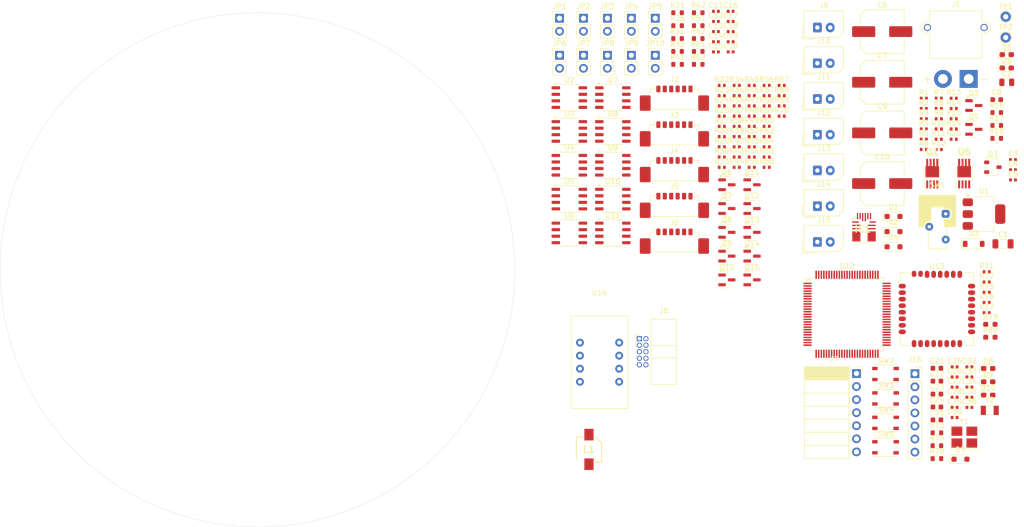
<source format=kicad_pcb>
(kicad_pcb (version 20221018) (generator pcbnew)
  (layers (0 "F.Cu" signal) (31 "B.Cu" signal) (34 "B.Paste" user) (35 "F.Paste" user) (36 "B.SilkS" user "B.Silkscreen") (37 "F.SilkS" user "F.Silkscreen") (38 "B.Mask" user) (39 "F.Mask" user) (44 "Edge.Cuts" user))
  (net 0 "")
  (net 1 "VCC")
  (net 2 "GND")
  (net 3 "/Power/Vfb")
  (net 4 "/Power/S-S")
  (net 5 "Net-(Q5-G)")
  (net 6 "+5V")
  (net 7 "+3.3V")
  (net 8 "VDD")
  (net 9 "Net-(C8-Pad1)")
  (net 10 "HSE_IN")
  (net 11 "HSE_OUT")
  (net 12 "LSE_IN")
  (net 13 "LSE_OUT")
  (net 14 "NRST")
  (net 16 "RST")
  (net 17 "/3.3VBUS")
  (net 18 "Net-(D3-K)")
  (net 19 "Net-(D5-A)")
  (net 20 "Net-(D6-A)")
  (net 21 "TweRST_Sig")
  (net 22 "Net-(D8-A)")
  (net 23 "Net-(D9-A)")
  (net 24 "Net-(D10-A)")
  (net 25 "Net-(IC1-FB)")
  (net 26 "Net-(IC1-VCC)")
  (net 31 "Net-(IC1-EN)")
  (net 32 "/Power/PG")
  (net 33 "/Power/24VBAT")
  (net 69 "TweWriteRX_TweTX0")
  (net 70 "PRG")
  (net 71 "TweWriteTX_TweRX0")
  (net 73 "SET")
  (net 95 "RS485a_A")
  (net 96 "Net-(JP1-B)")
  (net 97 "Net-(JP2-B)")
  (net 98 "Net-(JP3-B)")
  (net 99 "Net-(JP4-B)")
  (net 100 "Net-(JP5-B)")
  (net 101 "Net-(JP6-B)")
  (net 102 "Net-(JP7-B)")
  (net 103 "Net-(JP8-B)")
  (net 104 "Net-(JP9-B)")
  (net 105 "Net-(JP10-B)")
  (net 106 "Net-(Q1-G)")
  (net 107 "Net-(Q2-D)")
  (net 108 "主電源スイッチ")
  (net 109 "Net-(Q4-D)")
  (net 110 "Net-(Q6-B)")
  (net 111 "Net-(Q6-C)")
  (net 112 "Net-(Q7-B)")
  (net 113 "Net-(Q7-C)")
  (net 114 "Net-(Q8-B)")
  (net 115 "Net-(Q8-C)")
  (net 116 "Net-(Q9-B)")
  (net 117 "Net-(Q9-C)")
  (net 118 "Net-(Q10-B)")
  (net 119 "Net-(Q10-C)")
  (net 120 "Net-(Q11-B)")
  (net 121 "Net-(Q11-C)")
  (net 122 "Net-(Q12-B)")
  (net 123 "Net-(Q12-C)")
  (net 124 "Net-(Q13-B)")
  (net 125 "Net-(Q13-C)")
  (net 126 "Net-(Q14-B)")
  (net 127 "Net-(Q14-C)")
  (net 128 "Net-(Q15-B)")
  (net 129 "Net-(Q15-C)")
  (net 130 "Net-(SW1-A)")
  (net 131 "/Power/V_Measure")
  (net 132 "MainTX6_RS485aRX")
  (net 133 "RS485a_B")
  (net 134 "BOOT0")
  (net 135 "MonitorLED0")
  (net 136 "Twe_LED0")
  (net 137 "Twe_LED1")
  (net 138 "Twe_LED2")
  (net 139 "Net-(U13-DO0{slash}PWM2)")
  (net 140 "I2C1_SDA")
  (net 141 "I2C1_SCL")
  (net 143 "MainRX6_RS485aTX")
  (net 153 "Net-(U12-VSS-Pad10)")
  (net 243 "Twe_DIP0")
  (net 244 "Twe_DIP2")
  (net 245 "Twe_DIP1")
  (net 246 "Twe_DIP3")
  (net 247 "MainRX5_TweTX1")
  (net 248 "Twe_DIP4")
  (net 249 "MainTX5_TweRX1")
  (net 256 "TCK")
  (net 257 "TMS")
  (net 258 "SWO")
  (net 259 "STLinkTX")
  (net 260 "STLinkRX")
  (net 262 "Gyro_RST")
  (footprint "Resistor_SMD:R_0603_1608Metric_Pad0.98x0.95mm_HandSolder" (layer "F.Cu") (at 305.218 95.94)
    (fp_text reference "R79")
    (fp_text value "PullUP")
  )
  (footprint "Package_SO:SOP-8_3.9x4.9mm_P1.27mm" (layer "F.Cu") (at 223.408 58.42)
    (fp_text reference "U3")
    (fp_text value "MAX3485")
  )
  (footprint "Resistor_SMD:R_0603_1608Metric" (layer "F.Cu") (at 306.448 54.75)
    (fp_text reference "R16")
    (fp_text value "1k")
  )
  (footprint "Resistor_SMD:R_0603_1608Metric" (layer "F.Cu") (at 306.448 57.26)
    (fp_text reference "R17")
    (fp_text value "75k")
  )
  (footprint "Resistor_SMD:R_0603_1608Metric_Pad0.98x0.95mm_HandSolder" (layer "F.Cu") (at 305.218 98.45)
    (fp_text reference "R80")
    (fp_text value "PullUP")
  )
  (footprint "Resistor_SMD:R_0402_1005Metric" (layer "F.Cu") (at 258.848 63.41)
    (fp_text reference "R54")
    (fp_text value "20k")
  )
  (footprint "LED_SMD:LED_0603_1608Metric_Pad1.05x0.95mm_HandSolder" (layer "F.Cu") (at 304.793 109.7)
    (fp_text reference "D10")
    (fp_text value "Red")
  )
  (footprint "Package_TO_SOT_SMD:SOT-23" (layer "F.Cu") (at 301.998 53.385)
    (fp_text reference "Q2")
    (fp_text value "BSS138")
  )
  (footprint "Package_SO:SOP-8_3.9x4.9mm_P1.27mm" (layer "F.Cu") (at 231.858 58.42)
    (fp_text reference "U8")
    (fp_text value "MAX3485")
  )
  (footprint "Package_TO_SOT_SMD:SOT-23" (layer "F.Cu") (at 254.018 87.295)
    (fp_text reference "Q10")
    (fp_text value "S8050")
  )
  (footprint "Capacitor_SMD:C_0603_1608Metric" (layer "F.Cu") (at 306.448 52.24)
    (fp_text reference "C8")
    (fp_text value "0.1uF")
  )
  (footprint "Connector_Molex:Molex_PicoBlade_53398-0671_1x06-1MP_P1.25mm_Vertical" (layer "F.Cu") (at 243.828 65.31)
    (fp_text reference "J4")
    (fp_text value "Conn_01x06_MountingPin")
  )
  (footprint "Capacitor_SMD:C_0402_1005Metric" (layer "F.Cu") (at 301.138 104.21)
    (fp_text reference "C32")
    (fp_text value "1uF")
  )
  (footprint "Capacitor_SMD:C_Elec_8x10.2" (layer "F.Cu") (at 284.198 58.71)
    (fp_text reference "C9")
    (fp_text value "470uF")
  )
  (footprint "Resistor_SMD:R_0603_1608Metric" (layer "F.Cu") (at 248.448 40.36)
    (fp_text reference "R52")
    (fp_text value "7.5k")
  )
  (footprint "Package_SO:SOP-8_3.9x4.9mm_P1.27mm" (layer "F.Cu") (at 223.408 51.84)
    (fp_text reference "U2")
    (fp_text value "MAX3485")
  )
  (footprint "Capacitor_SMD:C_0402_1005Metric" (layer "F.Cu") (at 298.268 104.21)
    (fp_text reference "C25")
    (fp_text value "0.1uF")
  )
  (footprint "Resistor_SMD:R_0402_1005Metric" (layer "F.Cu") (at 261.758 57.44)
    (fp_text reference "R60")
    (fp_text value "120")
  )
  (footprint "Connector_PinHeader_2.54mm:PinHeader_1x02_P2.54mm_Vertical" (layer "F.Cu") (at 226.158 43.61)
    (fp_text reference "JP7")
    (fp_text value "Jumper_2_Open")
  )
  (footprint "Diode_SMD:D_SOD-323_HandSoldering" (layer "F.Cu") (at 299.403 122.17)
    (fp_text reference "D7")
    (fp_text value "1N5819WS")
  )
  (footprint "Connector_Molex:Molex_SPOX_5267-02A_1x02_P2.50mm_Vertical" (layer "F.Cu") (at 271.598 66.01)
    (fp_text reference "J13")
    (fp_text value "Conn_01x02_Male")
  )
  (footprint "Resistor_SMD:R_0603_1608Metric" (layer "F.Cu") (at 244.438 40.36)
    (fp_text reference "R31")
    (fp_text value "7.5k")
  )
  (footprint "Capacitor_SMD:C_0603_1608Metric" (layer "F.Cu") (at 294.828 104.48)
    (fp_text reference "C21")
    (fp_text value "22pF")
  )
  (footprint "Diode_SMD:D_SOD-323_HandSoldering" (layer "F.Cu") (at 286.393 74.96)
    (fp_text reference "D1")
    (fp_text value "1N5819WS")
  )
  (footprint "Diode_SMD:D_SOD-323_HandSoldering" (layer "F.Cu") (at 286.393 77.91)
    (fp_text reference "D2")
    (fp_text value "1N5819WS")
  )
  (footprint "Resistor_SMD:R_0402_1005Metric" (layer "F.Cu") (at 261.758 49.48)
    (fp_text reference "R56")
    (fp_text value "2.2k")
  )
  (footprint "Capacitor_SMD:C_0603_1608Metric" (layer "F.Cu") (at 294.828 112.01)
    (fp_text reference "C24")
    (fp_text value "22pF")
  )
  (footprint "Resistor_SMD:R_0402_1005Metric" (layer "F.Cu") (at 258.848 53.46)
    (fp_text reference "R47")
    (fp_text value "2.2k")
  )
  (footprint "Resistor_SMD:R_0603_1608Metric" (layer "F.Cu") (at 306.448 59.77)
    (fp_text reference "R18")
    (fp_text value "10k")
  )
  (footprint "Capacitor_SMD:C_0402_1005Metric" (layer "F.Cu") (at 251.888 39.01)
    (fp_text reference "C13")
    (fp_text value "0.1uF")
  )
  (footprint "Resistor_SMD:R_0402_1005Metric" (layer "F.Cu") (at 255.938 57.44)
    (fp_text reference "R38")
    (fp_text value "2.2k")
  )
  (footprint "Resistor_SMD:R_0402_1005Metric" (layer "F.Cu") (at 264.668 51.47)
    (fp_text reference "R68")
    (fp_text value "2.2k")
  )
  (footprint "Resistor_SMD:R_0603_1608Metric" (layer "F.Cu") (at 244.438 45.38)
    (fp_text reference "R41")
    (fp_text value "7.5k")
  )
  (footprint "Capacitor_SMD:C_0402_1005Metric" (layer "F.Cu") (at 254.758 35.07)
    (fp_text reference "C16")
    (fp_text value "0.1uF")
  )
  (footprint "Resistor_SMD:R_0402_1005Metric" (layer "F.Cu") (at 255.938 61.42)
    (fp_text reference "R40")
    (fp_text value "120")
  )
  (footprint "MyLibrary:BoxHeader_2x05_P1.27mm_Horizontal" (layer "F.Cu") (at 238.2875 101.268)
    (fp_text reference "J8")
    (fp_text value "Conn_01x10_Male")
  )
  (footprint "LED_SMD:LED_0603_1608Metric_Pad1.05x0.95mm_HandSolder" (layer "F.Cu") (at 304.793 107.11)
    (fp_text reference "D9")
    (fp_text value "Red")
  )
  (footprint "Resistor_SMD:R_0603_1608Metric" (layer "F.Cu") (at 244.438 37.85)
    (fp_text reference "R26")
    (fp_text value "7.5k")
  )
  (footprint "Resistor_SMD:R_0402_1005Metric" (layer "F.Cu") (at 295.188 59.94)
    (fp_text reference "R11")
    (fp_text value "10k")
  )
  (footprint "Resistor_SMD:R_0402_1005Metric" (layer "F.Cu") (at 253.028 49.48)
    (fp_text reference "R22")
    (fp_text value "20k")
  )
  (footprint "Resistor_SMD:R_0402_1005Metric" (layer "F.Cu") (at 292.278 55.96)
    (fp_text reference "R3")
    (fp_text value "200k")
  )
  (footprint "Resistor_SMD:R_0402_1005Metric" (layer "F.Cu") (at 255.938 55.45)
    (fp_text reference "R37")
    (fp_text value "2.2k")
  )
  (footprint "Connector_PinHeader_2.54mm:PinHeader_1x02_P2.54mm_Vertical" (layer "F.Cu") (at 230.808 43.61)
    (fp_text reference "JP8")
    (fp_text value "Jumper_2_Open")
  )
  (footprint "Capacitor_SMD:C_0402_1005Metric" (layer "F.Cu") (at 251.888 37.04)
    (fp_text reference "C12")
    (fp_text value "0.1uF")
  )
  (footprint "Capacitor_SMD:C_0603_1608Metric" (layer "F.Cu") (at 294.828 109.5)
    (fp_text reference "C23")
    (fp_text value "22pF")
  )
  (footprint "Resistor_SMD:R_0402_1005Metric" (layer "F.Cu") (at 255.938 53.46)
    (fp_text reference "R36")
    (fp_text value "2.2k")
  )
  (footprint "Resistor_SMD:R_0402_1005Metric" (layer "F.Cu") (at 261.758 65.4)
    (fp_text reference "R66")
    (fp_text value "2.2k")
  )
  (footprint "Capacitor_SMD:C_0402_1005Metric" (layer "F.Cu") (at 251.888 40.98)
    (fp_text reference "C14")
    (fp_text value "0.1uF")
  )
  (footprint "Resistor_SMD:R_0603_1608Metric" (layer "F.Cu") (at 248.448 37.85)
    (fp_text reference "R51")
    (fp_text value "7.5k")
  )
  (footprint "Resistor_SMD:R_0402_1005Metric" (layer "F.Cu") (at 258.848 65.4)
    (fp_text reference "R55")
    (fp_text value "2.2k")
  )
  (footprint "Capacitor_SMD:C_0402_1005Metric" (layer "F.Cu") (at 301.138 110.12)
    (fp_text reference "C35")
    (fp_text value "0.1uF")
  )
  (footprint "Resistor_SMD:R_0402_1005Metric" (layer "F.Cu") (at 253.028 59.43)
    (fp_text reference "R28")
    (fp_text value "2.2k")
  )
  (footprint "RF_Module:MonoWireless_TWE-L-WX" (layer "F.Cu") (at 294.828 92.95)
    (fp_text reference "U13")
    (fp_text value "TWE-L-WX")
  )
  (footprint "LED_SMD:LED_0603_1608Metric_Pad1.05x0.95mm_HandSolder" (layer "F.Cu") (at 308.393 43.48)
    (fp_text reference "D5")
    (fp_text value "Green")
  )
  (footprint "Resistor_SMD:R_0603_1608Metric" (layer "F.Cu") (at 294.828 119.54)
    (fp_text reference "R74")
    (fp_text value "PullUP?")
  )
  (footprint "Capacitor_SMD:C_0402_1005Metric" (layer "F.Cu") (at 254.758 42.95)
    (fp_text reference "C20")
    (fp_text value "0.1uF")
  )
  (footprint "Capacitor_SMD:C_0402_1005Metric" (layer "F.Cu") (at 298.268 110.12)
    (fp_text reference "C28")
    (fp_text value "0.1uF")
  )
  (footprint "Resistor_SMD:R_0402_1005Metric" (layer "F.Cu") (at 253.028 55.45)
    (fp_text reference "R25")
    (fp_text value "120")
  )
  (footprint "Resistor_SMD:R_0402_1005Metric" (layer "F.Cu") (at 261.758 63.41)
    (fp_text reference "R65")
    (fp_text value "2.2k")
  )
  (footprint "Resistor_SMD:R_0603_1608Metric" (layer "F.Cu") (at 294.828 117.03)
    (fp_text reference "R73")
    (fp_text value "PullUP?")
  )
  (footprint "Package_TO_SOT_SMD:SOT-23" (layer "F.Cu") (at 258.908 82.67)
    (fp_text reference "Q14")
    (fp_text value "S8050")
  )
  (footprint "Capacitor_SMD:C_0402_1005Metric" (layer "F.Cu") (at 309.608 67.85)
    (fp_text reference "C5")
    (fp_text value "1uF")
  )
  (footprint "Resistor_SMD:R_0402_1005Metric" (layer "F.Cu") (at 264.668 53.46)
    (fp_text reference "R69")
    (fp_text value "120")
  )
  (footprint "Capacitor_SMD:C_Elec_8x10.2" (layer "F.Cu") (at 284.198 39.01)
    (fp_text reference "C6")
    (fp_text value "470uF")
  )
  (footprint "Resistor_SMD:R_0402_1005Metric" (layer "F.Cu") (at 295.188 57.95)
    (fp_text reference "R10")
    (fp_text value "10k")
  )
  (footprint "Resistor_SMD:R_0402_1005Metric" (layer "F.Cu") (at 264.668 55.45)
    (fp_text reference "R70")
    (fp_text value "120")
  )
  (footprint "Crystal:Crystal_SMD_3215-2Pin_3.2x1.5mm" (layer "F.Cu") (at 305.098 112.67)
    (fp_text reference "Y2")
    (fp_text value "32.768kHz")
  )
  (footprint "Resistor_SMD:R_0402_1005Metric" (layer "F.Cu") (at 292.278 61.93)
    (fp_text reference "R6")
    (fp_text value "2.2k")
  )
  (footprint "Capacitor_SMD:C_0603_1608Metric" (layer "F.Cu") (at 294.828 106.99)
    (fp_text reference "C22")
    (fp_text value "22pF")
  )
  (footprint "Resistor_SMD:R_0402_1005Metric" (layer "F.Cu") (at 264.668 49.48)
    (fp_text reference "R67")
    (fp_text value "2.2k")
  )
  (footprint "Resistor_SMD:R_0402_1005Metric" (layer "F.Cu") (at 304.498 87.72)
    (fp_text reference "R72")
    (fp_text value "10k")
  )
  (footprint "Resistor_SMD:R_0402_1005Metric" (layer "F.Cu") (at 253.028 61.42)
    (fp_text reference "R29")
    (fp_text value "2.2k")
  )
  (footprint "Connector_Molex:Molex_SPOX_5267-02A_1x02_P2.50mm_Vertical" (layer "F.Cu") (at 271.598 52.11)
    (fp_text reference "J11")
    (fp_text value "Conn_01x02_Male")
  )
  (footprint "Resistor_SMD:R_0402_1005Metric" (layer "F.Cu") (at 298.098 51.98)
    (fp_text reference "R13")
    (fp_text value "10k")
  )
  (footprint "Connector_Molex:Molex_PicoBlade_53398-0671_1x06-1MP_P1.25mm_Vertical" (layer "F.Cu") (at 243.828 72.26)
    (fp_text reference "J5")
    (fp_text value "Conn_01x06_MountingPin")
  )
  (footprint "Package_SO:SOP-8_3.9x4.9mm_P1.27mm" (layer "F.Cu") (at 231.858 51.84)
    (fp_text reference "U7")
    (fp_text value "MAX3485")
  )
  (footprint "Package_SO:SOP-8_3.9x4.9mm_P1.27mm" (layer "F.Cu") (at 223.408 65)
    (fp_text reference "U4")
    (fp_text value "MAX3485")
  )
  (footprint "Connector_PinHeader_2.54mm:PinHeader_1x02_P2.54mm_Vertical" (layer "F.Cu") (at 221.508 36.41)
    (fp_text reference "JP1")
    (fp_text value "Jumper_2_Open")
  )
  (footprint "LED_SMD:LED_0603_1608Metric_Pad1.05x0.95mm_HandSolder" (layer "F.Cu") (at 308.393 46.07)
    (fp_text reference "D6")
    (fp_text value "Green")
  )
  (footprint "Connector_PinHeader_2.54mm:PinHeader_1x02_P2.54mm_Vertical" (layer "F.Cu") (at 230.808 36.41)
    (fp_text reference "JP3")
    (fp_text value "Jumper_2_Open")
  )
  (footprint "Package_SO:SOP-8_3.9x4.9mm_P1.27mm" (layer "F.Cu") (at 231.858 71.58)
    (fp_text reference "U10")
    (fp_text value "MAX3485")
  )
  (footprint "Resistor_SMD:R_0402_1005Metric" (layer "F.Cu") (at 255.938 63.41)
    (fp_text reference "R43")
    (fp_text value "20k")
  )
  (footprint "Capacitor_SMD:C_0402_1005Metric" (layer "F.Cu") (at 301.138 106.18)
    (fp_text reference "C33")
    (fp_text value "0.1uF")
  )
  (footprint "Resistor_SMD:R_0603_1608Metric" (layer "F.Cu") (at 248.448 35.34)
    (fp_text reference "R42")
    (fp_text value "7.5k")
  )
  (footprint "Resistor_SMD:R_0402_1005Metric" (layer "F.Cu") (at 261.758 55.45)
    (fp_text reference "R59")
    (fp_text value "120")
  )
  (footprint "Connector_Molex:Molex_PicoBlade_53398-0671_1x06-1MP_P1.25mm_Vertical" (layer "F.Cu") (at 243.828 51.41)
    (fp_text reference "J2")
    (fp_text value "Conn_01x06_MountingPin")
  )
  (footprint "MyLibrary:Inductor_CDPH4D19F" (layer "F.Cu") (at 227.2225 120.263)
    (fp_text reference "L1")
    (fp_text value "22uH" hide)
  )
  (footprint "Package_TO_SOT_SMD:SOT-23" (layer "F.Cu") (at 254.018 73.42)
    (fp_text reference "Q7")
    (fp_text value "S8050")
  )
  (footprint "Resistor_SMD:R_0402_1005Metric" (layer "F.Cu") (at 298.098 53.97)
    (fp_text reference "R14")
    (fp_text value "10k")
  )
  (footprint "Resistor_SMD:R_0402_1005Metric" (layer "F.Cu") (at 258.848 59.43)
    (fp_text reference "R50")
    (fp_text value "120")
  )
  (footprint "Package_TO_SOT_SMD:SOT-23" (layer "F.Cu") (at 258.908 73.42)
    (fp_text reference "Q12")
    (fp_text value "S8050")
  )
  (footprint "LED_SMD:LED_0603_1608Metric_Pad1.05x0.95mm_HandSolder" (layer "F.Cu") (at 304.793 104.52)
    (fp_text reference "D8")
    (fp_text value "Red")
  )
  (footprint "Connector_Molex:Molex_PicoBlade_53398-0671_1x06-1MP_P1.25mm_Vertical" (layer "F.Cu") (at 243.828 79.21)
    (fp_text reference "J6")
    (fp_text value "Conn_01x06_MountingPin")
  )
  (footprint "Package_SO:SOP-8_3.9x4.9mm_P1.27mm" (layer "F.Cu") (at 231.858 78.16)
    (fp_text reference "U11")
    (fp_text value "MAX3485")
  )
  (footprint "Package_TO_SOT_SMD:SOT-23" (layer "F.Cu") (at 258.908 87.295)
    (fp_text reference "Q15")
    (fp_text value "S8050")
  )
  (footprint "Connector_PinHeader_2.54mm:PinHeader_1x02_P2.54mm_Vertical" (layer "F.Cu") (at 235.458 36.41)
    (fp_text reference "JP4")
    (fp_text value "Jumper_2_Open")
  )
  (footprint "Resistor_SMD:R_0603_1608Metric" (layer "F.Cu") (at 248.448 42.87)
    (fp_text reference "R61")
    (fp_text value "7.5k")
  )
  (footprint "Resistor_SMD:R_0402_1005Metric" (layer "F.Cu") (at 255.938 51.47)
    (fp_text reference "R35")
    (fp_text value "2.2k")
  )
  (footprint "Package_SO:SOP-8_3.9x4.9mm_P1.27mm" (layer "F.Cu") (at 223.408 78.16)
    (fp_text reference "U6")
    (fp_text value "MAX3485")
  )
  (footprint "Resistor_SMD:R_0402_1005Metric" (layer "F.Cu") (at 253.028 53.46)
    (fp_text reference "R24")
    (fp_text value "2.2k")
  )
  (footprint "Capacitor_SMD:C_0402_1005Metric" (layer "F.Cu") (at 254.758 37.04)
    (fp_text reference "C17")
    (fp_text value "0.1uF")
  )
  (footprint "TestPoint:TestPoint_THTPad_D2.0mm_Drill1.0mm" (layer "F.Cu") (at 308.198 40.16)
    (fp_text reference "TP2")
    (fp_text value "TestPoint")
  )
  (footprint "Capacitor_SMD:C_0402_1005Metric" (layer "F.Cu") (at 298.268 108.15)
    (fp_text reference "C27")
    (fp_text value "0.1uF")
  )
  (footprint "Package_TO_SOT_SMD:SOT-23" (layer "F.Cu") (at 254.018 82.67)
    (fp_text reference "Q9")
    (fp_text value "S8050")
  )
  (footprint "Capacitor_SMD:C_0402_1005Metric" (layer "F.Cu") (at 301.138 108.15)
    (fp_text reference "C34")
    (fp_text value "1uF")
  )
  (footprint "Resistor_SMD:R_0402_1005Metric" (layer "F.Cu") (at 295.188 51.98)
    (fp_text reference "R7")
    (fp_text value "10k")
  )
  (footprint "Resistor_SMD:R_0402_1005Metric" (layer "F.Cu") (at 255.938 59.43)
    (fp_text reference "R39")
    (fp_text value "120")
  )
  (footprint "Button_Switch_SMD:SW_Push_1P1T_NO_Vertical_Wuerth_434133025816" (layer "F.Cu") (at 284.848 105.6)
    (fp_text reference "SW2")
    (fp_text value "SW_SPST")
  )
  (footprint "MyLibrary:Package_TSON-Advance" (layer "F.Cu") (at 300.123 66.249)
    (fp_text reference "Q5")
    (fp_text value "DI035P04PT" hide)
  )
  (footprint "Connector_PinHeader_2.54mm:PinHeader_1x02_P2.54mm_Vertical" (layer "F.Cu") (at 240.108 43.61)
    (fp_text reference "JP10")
    (fp_text value "Jumper_2_Open")
  )
  (footprint "Package_QFP:LQFP-100_14x14mm_P0.5mm" (layer "F.Cu") (at 277.368 93.98)
    (fp_text reference "U12")
    (fp_text value "STM32F446VETx")
  )
  (footprint "MyLibrary:Sensor_Motion_Aktk_BNO055" (layer "F.Cu") (at 229.2825 103.303)
    (fp_text reference "U14")
    (fp_text value "BNO055")
  )
  (footprint "Resistor_SMD:R_0402_1005Metric" (layer "F.Cu") (at 258.848 57.44)
    (fp_text reference "R49")
    (fp_text value "120")
  )
  (footprint "Connector_PinHeader_2.54mm:PinHeader_1x02_P2.54mm_Vertical" (layer "F.Cu") (at 235.458 43.61)
    (fp_text reference "JP9")
    (fp_text value "Jumper_2_Open")
  )
  (footprint "Button_Switch_SMD:SW_Push_1P1T_NO_Vertical_Wuerth_434133025816" (layer "F.Cu") (at 284.848 119.85)
    (fp_text reference "SW5")
    (fp_text value "SW_SPST")
  )
  (footprint "Package_TO_SOT_SMD:SOT-223-3_TabPin2" (layer "F.Cu") (at 303.978 74.495)
    (fp_text reference "U1")
    (fp_text value "AZ1117CH-3.3")
  )
  (footprint "Capacitor_SMD:C_0402_1005Metric" (layer "F.Cu") (at 309.608 65.88)
    (fp_text reference "C4")
    (fp_text value "1uF")
  )
  (footprint "Diode_SMD:D_SOD-323_HandSoldering" (layer "F.Cu") (at 286.393 80.86)
    (fp_text reference "D4")
    (fp_text value "1N5819WS")
  )
  (footprint "Resistor_SMD:R_0402_1005Metric" (layer "F.Cu") (at 255.938 65.4)
    (fp_text reference "R44")
    (fp_text value "20k")
  )
  (footprint "Capacitor_SMD:C_0402_1005Metric" (layer "F.Cu") (at 251.888 35.07)
    (fp_text reference "C11")
    (fp_text value "0.1uF")
  )
  (footprint "Resistor_SMD:R_0402_1005Metric" (layer "F.Cu") (at 253.028 65.4)
    (fp_text reference "R33")
    (fp_text value "20k")
  )
  (footprint "Connector_Molex:Molex_SPOX_5267-02A_1x02_P2.50mm_Vertical" (layer "F.Cu") (at 271.598 38.21)
    (fp_text reference "J9")
    (fp_text value "Conn_01x02_Male")
  )
  (footprint "Capacitor_SMD:C_0402_1005Metric" (layer "F.Cu") (at 298.268 112.09)
    (fp_text reference "C29")
    (fp_text value "0.1uF")
  )
  (footprint "Button_Switch_SMD:SW_Push_1P1T_NO_Vertical_Wuerth_434133025816" (layer "F.Cu") (at 284.848 110.35)
    (fp_text reference "SW3")
    (fp_text value "SW_SPST")
  )
  (footprint "Diode_SMD:D_SOD-123" (layer "F.Cu") (at 301.973 80.29)
    (fp_text reference "D3")
    (fp_text value "SS2040FL")
  )
  (footprint "Resistor_SMD:R_0402_1005Metric" (layer "F.Cu") (at 258.848 51.47)
    (fp_text reference "R46")
    (fp_text value "2.2k")
  )
  (footprint "Package_TO_SOT_SMD:SOT-23" (layer "F.Cu") (at 258.908 78.045)
    (fp_text reference "Q13")
    (fp_text value "S8050")
  )
  (footprint "Resistor_SMD:R_0402_1005Metric" (layer "F.Cu") (at 292.278 51.98)
    (fp_text reference "R1")
    (fp_text value "10k")
  )
  (footprint "Capacitor_SMD:C_Elec_8x10.2" (layer "F.Cu") (at 284.198 48.86)
    (fp_text reference "C7")
    (fp_text value "470uF")
  )
  (footprint "Resistor_SMD:R_0402_1005Metric" (layer "F.Cu") (at 292.278 53.97)
    (fp_text reference "R2")
    (fp_text value "10k")
  )
  (footprint "Package_TO_SOT_SMD:SOT-23" (layer "F.Cu") (at 254.018 68.795)
    (fp_text reference "Q6")
    (fp_text value "S8050")
  )
  (footprint "Package_TO_SOT_SMD:SOT-23" (layer "F.Cu") (at 254.018 78.045)
    (fp_text reference "Q8")
    (fp_text value "S8050")
  )
  (footprint "Capacitor_SMD:C_0402_1005Metric" (layer "F.Cu") (at 298.268 106.18)
    (fp_text reference "C26")
    (fp_text value "0.1uF")
  )
  (footprint "Connector_PinSocket_2.54mm:PinSocket_1x07_P2.54mm_Vertical" (layer "F.Cu") (at 290.548 105.55)
    (fp_text reference "J16")
    (fp_text value "Conn_01x07_Socket")
  )
  (footprint "Resistor_SMD:R_0402_1005Metric" (layer "F.Cu") (at 253.028 51.47)
    (fp_text reference "R23")
    (fp_text value "2.2k")
  )
  (footprint "Package_TO_SOT_SMD:SOT-23" (layer "F.Cu") (at 258.908 68.795)
    (fp_text reference "Q11")
    (fp_text value "S8050")
  )
  (footprint "Connector_PinHeader_2.54mm:PinHeader_1x02_P2.54mm_Vertical" (layer "F.Cu") (at 240.108 36.41)
    (fp_text reference "JP5")
    (fp_text value "Jumper_2_Open")
  )
  (footprint "Resistor_SMD:R_0402_1005Metric" (layer "F.Cu") (at 292.278 57.95)
    (fp_text reference "R4")
    (fp_text value "100k")
  )
  (footprint "Connector_Molex:Molex_PicoBlade_53398-0671_1x06-1MP_P1.25mm_Vertical" (layer "F.Cu") (at 243.828 58.36)
    (fp_text reference "J3")
    (fp_text value "Conn_01x06_MountingPin")
  )
  (footprint "Resistor_SMD:R_0402_1005Metric" (layer "F.Cu") (at 304.498 93.69)
    (fp_text reference "R77")
    (fp_text value "1k")
  )
  (footprint "Package_SO:SOP-8_3.9x4.9mm_P1.27mm" (layer "F.Cu") (at 231.858 65)
    (fp_text reference "U9")
    (fp_text value "MAX3485")
  )
  (footprint "Resistor_SMD:R_0402_1005Metric" (layer "F.Cu") (at 295.188 61.93)
    (fp_text reference "R12")
    (fp_text value "10k")
  )
  (footprint "Resistor_SMD:R_0402_1005Metric" (layer "F.Cu") (at 255.938 49.48)
    (fp_text reference "R34")
    (fp_text value "20k")
  )
  (footprint "Resistor_SMD:R_0402_1005Metric" (layer "F.Cu") (at 258.848 55.45)
    (fp_text reference "R48")
    (fp_text value "2.2k")
  )
  (footprint "Capacitor_SMD:C_0402_1005Metric" (layer "F.Cu") (at 254.758 40.98)
    (fp_text reference "C19")
    (fp_text value "0.1uF")
  )
  (footprint "Connector_Molex:Molex_SPOX_5267-02A_1x02_P2.50mm_Vertical" (layer "F.Cu") (at 271.598 59.06)
    (fp_text reference "J12")
    (fp_text value "Conn_01x02_Male")
  )
  (footprint "Capacitor_SMD:C_0603_1608Metric" (layer "F.Cu") (at 294.828 114.52)
    (fp_text reference "C31")
    (fp_text value "4.7uF")
  )
  (footprint "Resistor_SMD:R_0402_1005Metric" (layer "F.Cu") (at 304.498 89.71)
    (fp_text reference "R75")
    (fp_text value "1k")
  )
  (footprint "Resistor_SMD:R_0402_1005Metric" (layer "F.Cu") (at 298.098 55.96)
    (fp_text reference "R15")
    (fp_text value "10k")
  )
  (footprint "Connector_Molex:Molex_SPOX_5267-02A_1x02_P2.50mm_Vertical" (layer "F.Cu") (at 271.598 79.91)
    (fp_text reference "J15")
    (fp_text value "Conn_01x02_Male")
  )
  (footprint "Resistor_SMD:R_0603_1608Metric" (layer "F.Cu") (at 248.448 45.38)
    (fp_text reference "R62")
    (fp_text value "7.5k")
  )
  (footprint "Package_SO:SOP-8_3.9x4.9mm_P1.27mm" (layer "F.Cu") (at 223.408 71.58)
    (fp_text reference "U5")
    (fp_text value "MAX3485")
  )
  (footprint "MyLibrary:Package_TSON-Advance" (layer "F.Cu") (at 293.923 66.249)
    (fp_text reference "Q1")
    (fp_text value "DI035P04PT" hide)
  )
  (footprint "Resistor_SMD:R_0402_1005Metric" (layer "F.Cu") (at 258.848 49.48)
    (fp_text reference "R45")
    (fp_text value "2.2k")
  )
  (footprint "Connector_AMASS:AMASS_XT30PW-M_1x02_P2.50mm_Horizontal" (layer "F.Cu") (at 300.998 48.21)
    (fp_text reference "J1")
    (fp_text value "Conn_01x02_Male")
  )
  (footprint "Resistor_SMD:R_0402_1005Metric" (layer "F.Cu") (at 261.758 59.43)
    (fp_text reference "R63")
    (fp_text value "20k")
  )
  (footprint "Resistor_SMD:R_0402_1005Metric" (layer "F.Cu") (at 298.098 59.94)
    (fp_text reference "R20")
    (fp_text value "1k")
  )
  (footprint "MyLibrary:DCDC_MPM3620A" (layer "F.Cu") (at 280.663 77.591)
    (fp_text reference "IC1")
    (fp_text value "DCDC_MPM3620A" hide)
  )
  (footprint "Capacitor_SMD:C_0402_1005Metric" (layer "F.Cu") (at 298.268 114.06)
    (fp_text reference "C30")
    (fp_text value "0.1uF")
  )
  (footprint "Resistor_SMD:R_0402_1005Metric" (layer "F.Cu") (at 261.758 51.47)
    (fp_text reference "R57")
    (fp_text value "2.2k")
  )
  (footprint "Resistor_SMD:R_0603_1608Metric" (layer "F.Cu") (at 244.438 35.34)
    (fp_text reference "R21")
    (fp_text value "7.5k")
  )
  (footprint "Capacitor_SMD:C_1206_3216Metric" (layer "F.Cu") (at 307.668 80.29)
    (fp_text reference "C1")
    (fp_text value "10uF")
  )
  (footprint "Capacitor_SMD:C_0402_1005Metric" (layer "F.Cu") (at 301.138 112.09)
    (fp_text reference "C36")
    (fp_text value "0.1uF")
  )
  (footprint "Resistor_SMD:R_0603_1608Metric" (layer "F.Cu") (at 294.828 122.05)
    (fp_text reference "R78")
    (fp_text value "PullUP?")
  )
  (footprint "Connector_Molex:Molex_SPOX_5267-02A_1x02_P2.50mm_Vertical" (layer "F.Cu") (at 271.598 72.96)
    (fp_text reference "J14")
    (fp_text value "Conn_01x02_Male")
  )
  (footprint "Package_TO_SOT_SMD:SOT-23W" (layer "F.Cu") (at 305.698 65.375)
    (fp_text reference "Q3")
    (fp_text value "SSM3J332R")
  )
  (footprint "Capacitor_SMD:C_0402_1005Metric" (layer "F.Cu") (at 254.758 39.01)
    (fp_text reference "C18")
    (fp_text value "0.1uF")
  )
  (footprint "Connector_PinHeader_2.54mm:PinHeader_1x02_P2.54mm_Vertical" (layer "F.Cu") (at 226.158 36.41)
    (fp_text reference "JP2")
    (fp_text value "Jumper_2_Open")
  )
  (footprint "Resistor_SMD:R_0402_1005Metric" (layer "F.Cu") (at 261.758 53.46)
    (fp_text reference "R58")
    (fp_text value "2.2k")
  )
  (footprint "MyLibrary:SW_Slide_SPDT_White" (layer "F.Cu") (at 294.939 76.951)
    (fp_text reference "SW1")
    (fp_text value "SW_SPDT_White")
  )
  (footprint "Resistor_SMD:R_0402_1005Metric" (layer "F.Cu") (at 292.278 59.94)
    (fp_text reference "R5")
    (fp_text value "12k")
  )
  (footprint "Resistor_SMD:R_0603_1608Metric" (layer "F.Cu") (at 244.438 42.87)
    (fp_text reference "R32")
    (fp_text value "7.5k")
  )
  (footprint "Resistor_SMD:R_0402_1005Metric" (layer "F.Cu") (at 261.758 61.42)
    (fp_text reference "R64")
    (fp_text value "20k")
  )
  (footprint "Resistor_SMD:R_0402_1005Metric" (layer "F.Cu") (at 253.028 63.41)
    (fp_text reference "R30")
    (fp_text value "120")
  )
  (footprint "Button_Switch_SMD:SW_Push_1P1T_NO_Vertical_Wuerth_434133025816" (layer "F.Cu") (at 284.848 115.1)
    (fp_text reference "SW4")
    (fp_text value "SW_SPST")
  )
  (footprint "Resistor_SMD:R_0402_1005Metric" (layer "F.Cu") (at 295.188 55.96)
    (fp_text reference "R9")
    (fp_text value "10k")
  )
  (footprint "Resistor_SMD:R_0402_1005Metric" (layer "F.Cu") (at 304.498 91.7)
    (fp_text reference "R76")
    (fp_text value "1k")
  )
  (footprint "Resistor_SMD:R_0402_1005Metric" (layer "F.Cu") (at 298.098 57.95)
    (fp_text reference "R19")
    (fp_text value "1k")
  )
  (footprint "Package_TO_SOT_SMD:SOT-23" (layer "F.Cu") (at 301.998 58.01)
    (fp_text reference "Q4")
    (fp_text value "BSS138")
  )
  (footprint "Crystal:Crystal_SMD_3225-4Pin_3.2x2.5mm_HandSoldering" (layer "F.Cu") (at 300.158 117.87)
    (fp_text reference "Y1")
    (fp_text value "16MHz")
  )
  (footprint "TestPoint:TestPoint_THTPad_D2.0mm_Drill1.0mm" (layer "F.Cu") (at 308.198 36.11)
    (fp_text reference "TP1")
    (fp_text value "TestPoint")
  )
  (footprint "Connector_PinHeader_2.54mm:PinHeader_1x02_P2.54mm_Vertical" (layer "F.Cu") (at 221.508 43.61)
    (fp_text reference "JP6")
    (fp_text value "Jumper_2_Open")
  )
  (footprint "Resistor_SMD:R_0402_1005Metric" (layer "F.Cu") (at 258.848 61.42)
    (fp_text reference "R53")
    (fp_text value "20k")
  )
  (footprint "Capacitor_SMD:C_0402_1005Metric" (layer "F.Cu") (at 309.608 63.91)
    (fp_text reference "C3")
    (fp_text value "1uF")
  )
  (footprint "Capacitor_SMD:C_0402_1005Metric" (layer "F.Cu") (at 251.888 42.95)
    (fp_text reference "C15")
    (fp_text value "0.1uF")
  )
  (footprint "Capacitor_SMD:C_Elec_8x10.2" (layer "F.Cu") (at 284.198 68.56)
    (fp_text reference "C10")
    (fp_text value "470uF")
  )
  (footprint "Resistor_SMD:R_0402_1005Metric" (layer "F.Cu") (at 295.188 53.97)
    (fp_text reference "R8")
    (fp_text value "10k")
  )
  (footprint "Resistor_SMD:R_0402_1005Metric" (layer "F.Cu") (at 304.498 85.73)
    (fp_text reference "R71")
    (fp_text value "10k")
  )
  (footprint "Connector_Molex:Molex_SPOX_5267-02A_1x02_P2.50mm_Vertical" (layer "F.Cu") (at 271.598 45.16)
    (fp_text reference "J10")
    (fp_text value "Conn_01x02_Male")
  )
  (footprint "Connector_PinSocket_2.54mm:PinSocket_1x07_P2.54mm_Horizontal" (layer "F.Cu") (at 279.198 105.5)
    (fp_text reference "J7")
    (fp_text value "Conn_01x07_Female")
  )
  (footprint "Resistor_SMD:R_0402_1005Metric" (layer "F.Cu") (at 253.028 57.44)
    (fp_text reference "R27")
    (fp_text value "20k")
  )
  (footprint "Capacitor_SMD:C_0805_2012Metric" (layer "F.Cu") (at 308.398 48.87)
    (fp_text reference "C2")
    (fp_text value "22uF")
  )
  (gr_circle (center 162.814 85.344) (end 212.814 85.344) (stroke (width 0.05)) (fill none) (layer "Edge.Cuts"))
)
</source>
